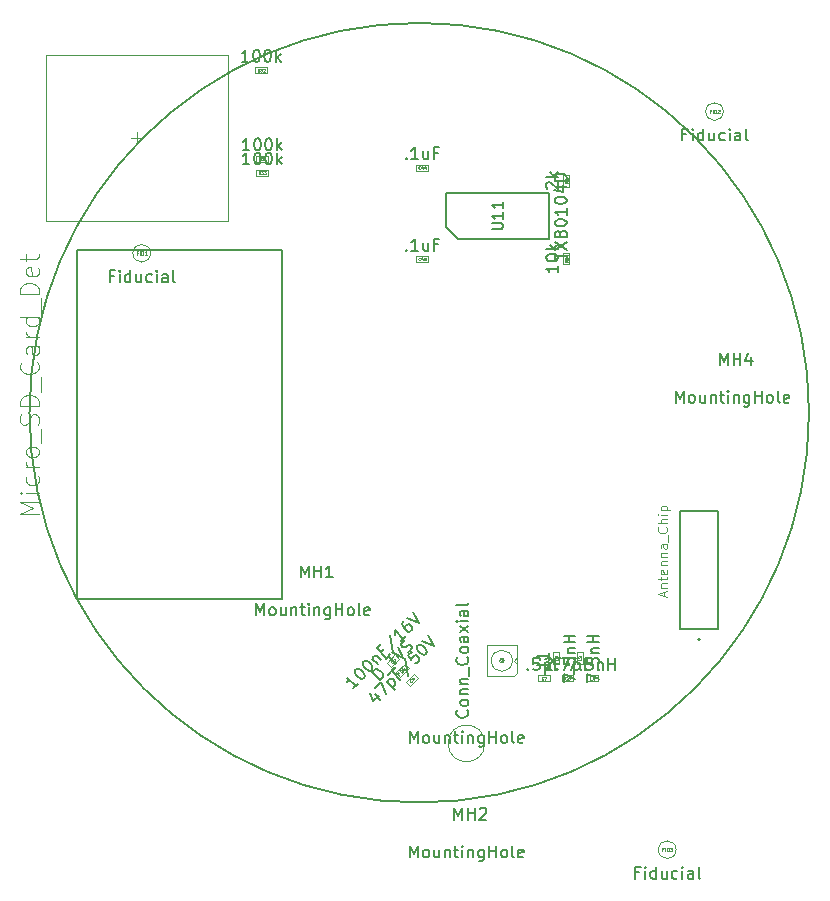
<source format=gbr>
G04 #@! TF.GenerationSoftware,KiCad,Pcbnew,5.1.6+dfsg1-1~bpo10+1*
G04 #@! TF.CreationDate,2021-06-19T16:41:40-04:00*
G04 #@! TF.ProjectId,RUSP_Daughterboard,52555350-5f44-4617-9567-68746572626f,rev?*
G04 #@! TF.SameCoordinates,Original*
G04 #@! TF.FileFunction,Other,Fab,Top*
%FSLAX46Y46*%
G04 Gerber Fmt 4.6, Leading zero omitted, Abs format (unit mm)*
G04 Created by KiCad (PCBNEW 5.1.6+dfsg1-1~bpo10+1) date 2021-06-19 16:41:40*
%MOMM*%
%LPD*%
G01*
G04 APERTURE LIST*
%ADD10C,0.200000*%
%ADD11C,0.120000*%
%ADD12C,0.127000*%
%ADD13C,0.100000*%
%ADD14C,0.150000*%
%ADD15C,0.015000*%
%ADD16C,0.040000*%
%ADD17C,0.050000*%
%ADD18C,0.135000*%
G04 APERTURE END LIST*
D10*
X183000000Y-100000000D02*
G75*
G03*
X183000000Y-100000000I-33000000J0D01*
G01*
D11*
X155552417Y-128000000D02*
G75*
G03*
X155552417Y-128000000I-1552417J0D01*
G01*
D12*
X172100000Y-118300000D02*
X175300000Y-118300000D01*
X175300000Y-118300000D02*
X175300000Y-108300000D01*
X175300000Y-108300000D02*
X172100000Y-108300000D01*
X172100000Y-108300000D02*
X172100000Y-118300000D01*
D10*
X173800000Y-119200000D02*
G75*
G03*
X173800000Y-119200000I-100000J0D01*
G01*
D13*
X162200000Y-87450000D02*
X162200000Y-86450000D01*
X162700000Y-87450000D02*
X162200000Y-87450000D01*
X162700000Y-86450000D02*
X162700000Y-87450000D01*
X162200000Y-86450000D02*
X162700000Y-86450000D01*
X162200000Y-80850000D02*
X162200000Y-79850000D01*
X162700000Y-80850000D02*
X162200000Y-80850000D01*
X162700000Y-79850000D02*
X162700000Y-80850000D01*
X162200000Y-79850000D02*
X162700000Y-79850000D01*
X163850000Y-121300000D02*
X163350000Y-121300000D01*
X163350000Y-121300000D02*
X163350000Y-120300000D01*
X163350000Y-120300000D02*
X163850000Y-120300000D01*
X163850000Y-120300000D02*
X163850000Y-121300000D01*
X158000000Y-121000000D02*
X158300000Y-120700000D01*
X158300000Y-121300000D02*
X158000000Y-121000000D01*
X157050000Y-121000000D02*
G75*
G03*
X157050000Y-121000000I-50000J0D01*
G01*
X157125000Y-121000000D02*
G75*
G03*
X157125000Y-121000000I-125000J0D01*
G01*
X157900000Y-121000000D02*
G75*
G03*
X157900000Y-121000000I-900000J0D01*
G01*
X155700000Y-122300000D02*
X155700000Y-119700000D01*
X155700000Y-122300000D02*
X158000000Y-122300000D01*
X158000000Y-122300000D02*
X158300000Y-122000000D01*
X155700000Y-119700000D02*
X158300000Y-119700000D01*
X158300000Y-122000000D02*
X158300000Y-119700000D01*
X157200000Y-121000000D02*
G75*
G03*
X157200000Y-121000000I-200000J0D01*
G01*
X161050000Y-122250000D02*
X161050000Y-122750000D01*
X161050000Y-122750000D02*
X160050000Y-122750000D01*
X160050000Y-122750000D02*
X160050000Y-122250000D01*
X160050000Y-122250000D02*
X161050000Y-122250000D01*
X163050000Y-122250000D02*
X163050000Y-122750000D01*
X163050000Y-122750000D02*
X162050000Y-122750000D01*
X162050000Y-122750000D02*
X162050000Y-122250000D01*
X162050000Y-122250000D02*
X163050000Y-122250000D01*
X149556777Y-122099670D02*
X149910330Y-122453223D01*
X149910330Y-122453223D02*
X149203223Y-123160330D01*
X149203223Y-123160330D02*
X148849670Y-122806777D01*
X148849670Y-122806777D02*
X149556777Y-122099670D01*
X147249670Y-121176777D02*
X147956777Y-120469670D01*
X147603223Y-121530330D02*
X147249670Y-121176777D01*
X148310330Y-120823223D02*
X147603223Y-121530330D01*
X147956777Y-120469670D02*
X148310330Y-120823223D01*
X150750000Y-79000000D02*
X150750000Y-79500000D01*
X150750000Y-79500000D02*
X149750000Y-79500000D01*
X149750000Y-79500000D02*
X149750000Y-79000000D01*
X149750000Y-79000000D02*
X150750000Y-79000000D01*
X149750000Y-86750000D02*
X150750000Y-86750000D01*
X149750000Y-87250000D02*
X149750000Y-86750000D01*
X150750000Y-87250000D02*
X149750000Y-87250000D01*
X150750000Y-86750000D02*
X150750000Y-87250000D01*
X148059670Y-121986777D02*
X148766777Y-121279670D01*
X148413223Y-122340330D02*
X148059670Y-121986777D01*
X149120330Y-121633223D02*
X148413223Y-122340330D01*
X148766777Y-121279670D02*
X149120330Y-121633223D01*
X127250000Y-86500000D02*
G75*
G03*
X127250000Y-86500000I-750000J0D01*
G01*
X175750000Y-74500000D02*
G75*
G03*
X175750000Y-74500000I-750000J0D01*
G01*
X171750000Y-137000000D02*
G75*
G03*
X171750000Y-137000000I-750000J0D01*
G01*
D14*
X138350000Y-86250000D02*
X138350000Y-115750000D01*
X121050000Y-86250000D02*
X138350000Y-86250000D01*
X121050000Y-115750000D02*
X121050000Y-86250000D01*
X138350000Y-115750000D02*
X121050000Y-115750000D01*
D13*
X126100000Y-76250000D02*
X126100000Y-77250000D01*
X125600000Y-76750000D02*
X126600000Y-76750000D01*
X133825000Y-69750000D02*
X133825000Y-83750000D01*
X118375000Y-83750000D02*
X133825000Y-83750000D01*
X118375000Y-69750000D02*
X133825000Y-69750000D01*
X118375000Y-69750000D02*
X118375000Y-83750000D01*
X136200000Y-78250000D02*
X137200000Y-78250000D01*
X136200000Y-78750000D02*
X136200000Y-78250000D01*
X137200000Y-78750000D02*
X136200000Y-78750000D01*
X137200000Y-78250000D02*
X137200000Y-78750000D01*
X137115000Y-70750000D02*
X137115000Y-71250000D01*
X137115000Y-71250000D02*
X136115000Y-71250000D01*
X136115000Y-71250000D02*
X136115000Y-70750000D01*
X136115000Y-70750000D02*
X137115000Y-70750000D01*
X136200000Y-79450000D02*
X137200000Y-79450000D01*
X136200000Y-79950000D02*
X136200000Y-79450000D01*
X137200000Y-79950000D02*
X136200000Y-79950000D01*
X137200000Y-79450000D02*
X137200000Y-79950000D01*
D14*
X153300000Y-85300000D02*
X152300000Y-84300000D01*
X161000000Y-85300000D02*
X153300000Y-85300000D01*
X161000000Y-81400000D02*
X161000000Y-85300000D01*
X152300000Y-81400000D02*
X161000000Y-81400000D01*
X152300000Y-84300000D02*
X152300000Y-81400000D01*
D13*
X161850000Y-120300000D02*
X161850000Y-121300000D01*
X161350000Y-120300000D02*
X161850000Y-120300000D01*
X161350000Y-121300000D02*
X161350000Y-120300000D01*
X161850000Y-121300000D02*
X161350000Y-121300000D01*
X165150000Y-122250000D02*
X165150000Y-122750000D01*
X165150000Y-122750000D02*
X164150000Y-122750000D01*
X164150000Y-122750000D02*
X164150000Y-122250000D01*
X164150000Y-122250000D02*
X165150000Y-122250000D01*
D14*
X149214285Y-127952380D02*
X149214285Y-126952380D01*
X149547619Y-127666666D01*
X149880952Y-126952380D01*
X149880952Y-127952380D01*
X150500000Y-127952380D02*
X150404761Y-127904761D01*
X150357142Y-127857142D01*
X150309523Y-127761904D01*
X150309523Y-127476190D01*
X150357142Y-127380952D01*
X150404761Y-127333333D01*
X150500000Y-127285714D01*
X150642857Y-127285714D01*
X150738095Y-127333333D01*
X150785714Y-127380952D01*
X150833333Y-127476190D01*
X150833333Y-127761904D01*
X150785714Y-127857142D01*
X150738095Y-127904761D01*
X150642857Y-127952380D01*
X150500000Y-127952380D01*
X151690476Y-127285714D02*
X151690476Y-127952380D01*
X151261904Y-127285714D02*
X151261904Y-127809523D01*
X151309523Y-127904761D01*
X151404761Y-127952380D01*
X151547619Y-127952380D01*
X151642857Y-127904761D01*
X151690476Y-127857142D01*
X152166666Y-127285714D02*
X152166666Y-127952380D01*
X152166666Y-127380952D02*
X152214285Y-127333333D01*
X152309523Y-127285714D01*
X152452380Y-127285714D01*
X152547619Y-127333333D01*
X152595238Y-127428571D01*
X152595238Y-127952380D01*
X152928571Y-127285714D02*
X153309523Y-127285714D01*
X153071428Y-126952380D02*
X153071428Y-127809523D01*
X153119047Y-127904761D01*
X153214285Y-127952380D01*
X153309523Y-127952380D01*
X153642857Y-127952380D02*
X153642857Y-127285714D01*
X153642857Y-126952380D02*
X153595238Y-127000000D01*
X153642857Y-127047619D01*
X153690476Y-127000000D01*
X153642857Y-126952380D01*
X153642857Y-127047619D01*
X154119047Y-127285714D02*
X154119047Y-127952380D01*
X154119047Y-127380952D02*
X154166666Y-127333333D01*
X154261904Y-127285714D01*
X154404761Y-127285714D01*
X154500000Y-127333333D01*
X154547619Y-127428571D01*
X154547619Y-127952380D01*
X155452380Y-127285714D02*
X155452380Y-128095238D01*
X155404761Y-128190476D01*
X155357142Y-128238095D01*
X155261904Y-128285714D01*
X155119047Y-128285714D01*
X155023809Y-128238095D01*
X155452380Y-127904761D02*
X155357142Y-127952380D01*
X155166666Y-127952380D01*
X155071428Y-127904761D01*
X155023809Y-127857142D01*
X154976190Y-127761904D01*
X154976190Y-127476190D01*
X155023809Y-127380952D01*
X155071428Y-127333333D01*
X155166666Y-127285714D01*
X155357142Y-127285714D01*
X155452380Y-127333333D01*
X155928571Y-127952380D02*
X155928571Y-126952380D01*
X155928571Y-127428571D02*
X156500000Y-127428571D01*
X156500000Y-127952380D02*
X156500000Y-126952380D01*
X157119047Y-127952380D02*
X157023809Y-127904761D01*
X156976190Y-127857142D01*
X156928571Y-127761904D01*
X156928571Y-127476190D01*
X156976190Y-127380952D01*
X157023809Y-127333333D01*
X157119047Y-127285714D01*
X157261904Y-127285714D01*
X157357142Y-127333333D01*
X157404761Y-127380952D01*
X157452380Y-127476190D01*
X157452380Y-127761904D01*
X157404761Y-127857142D01*
X157357142Y-127904761D01*
X157261904Y-127952380D01*
X157119047Y-127952380D01*
X158023809Y-127952380D02*
X157928571Y-127904761D01*
X157880952Y-127809523D01*
X157880952Y-126952380D01*
X158785714Y-127904761D02*
X158690476Y-127952380D01*
X158500000Y-127952380D01*
X158404761Y-127904761D01*
X158357142Y-127809523D01*
X158357142Y-127428571D01*
X158404761Y-127333333D01*
X158500000Y-127285714D01*
X158690476Y-127285714D01*
X158785714Y-127333333D01*
X158833333Y-127428571D01*
X158833333Y-127523809D01*
X158357142Y-127619047D01*
D15*
X170753333Y-115524571D02*
X170753333Y-115143619D01*
X170981904Y-115600761D02*
X170181904Y-115334095D01*
X170981904Y-115067428D01*
X170448571Y-114800761D02*
X170981904Y-114800761D01*
X170524761Y-114800761D02*
X170486666Y-114762666D01*
X170448571Y-114686476D01*
X170448571Y-114572190D01*
X170486666Y-114496000D01*
X170562857Y-114457904D01*
X170981904Y-114457904D01*
X170448571Y-114191238D02*
X170448571Y-113886476D01*
X170181904Y-114076952D02*
X170867619Y-114076952D01*
X170943809Y-114038857D01*
X170981904Y-113962666D01*
X170981904Y-113886476D01*
X170943809Y-113315047D02*
X170981904Y-113391238D01*
X170981904Y-113543619D01*
X170943809Y-113619809D01*
X170867619Y-113657904D01*
X170562857Y-113657904D01*
X170486666Y-113619809D01*
X170448571Y-113543619D01*
X170448571Y-113391238D01*
X170486666Y-113315047D01*
X170562857Y-113276952D01*
X170639047Y-113276952D01*
X170715238Y-113657904D01*
X170448571Y-112934095D02*
X170981904Y-112934095D01*
X170524761Y-112934095D02*
X170486666Y-112896000D01*
X170448571Y-112819809D01*
X170448571Y-112705523D01*
X170486666Y-112629333D01*
X170562857Y-112591238D01*
X170981904Y-112591238D01*
X170448571Y-112210285D02*
X170981904Y-112210285D01*
X170524761Y-112210285D02*
X170486666Y-112172190D01*
X170448571Y-112096000D01*
X170448571Y-111981714D01*
X170486666Y-111905523D01*
X170562857Y-111867428D01*
X170981904Y-111867428D01*
X170981904Y-111143619D02*
X170562857Y-111143619D01*
X170486666Y-111181714D01*
X170448571Y-111257904D01*
X170448571Y-111410285D01*
X170486666Y-111486476D01*
X170943809Y-111143619D02*
X170981904Y-111219809D01*
X170981904Y-111410285D01*
X170943809Y-111486476D01*
X170867619Y-111524571D01*
X170791428Y-111524571D01*
X170715238Y-111486476D01*
X170677142Y-111410285D01*
X170677142Y-111219809D01*
X170639047Y-111143619D01*
X171058095Y-110953142D02*
X171058095Y-110343619D01*
X170905714Y-109696000D02*
X170943809Y-109734095D01*
X170981904Y-109848380D01*
X170981904Y-109924571D01*
X170943809Y-110038857D01*
X170867619Y-110115047D01*
X170791428Y-110153142D01*
X170639047Y-110191238D01*
X170524761Y-110191238D01*
X170372380Y-110153142D01*
X170296190Y-110115047D01*
X170220000Y-110038857D01*
X170181904Y-109924571D01*
X170181904Y-109848380D01*
X170220000Y-109734095D01*
X170258095Y-109696000D01*
X170981904Y-109353142D02*
X170181904Y-109353142D01*
X170981904Y-109010285D02*
X170562857Y-109010285D01*
X170486666Y-109048380D01*
X170448571Y-109124571D01*
X170448571Y-109238857D01*
X170486666Y-109315047D01*
X170524761Y-109353142D01*
X170981904Y-108629333D02*
X170448571Y-108629333D01*
X170181904Y-108629333D02*
X170220000Y-108667428D01*
X170258095Y-108629333D01*
X170220000Y-108591238D01*
X170181904Y-108629333D01*
X170258095Y-108629333D01*
X170448571Y-108248380D02*
X171248571Y-108248380D01*
X170486666Y-108248380D02*
X170448571Y-108172190D01*
X170448571Y-108019809D01*
X170486666Y-107943619D01*
X170524761Y-107905523D01*
X170600952Y-107867428D01*
X170829523Y-107867428D01*
X170905714Y-107905523D01*
X170943809Y-107943619D01*
X170981904Y-108019809D01*
X170981904Y-108172190D01*
X170943809Y-108248380D01*
D14*
X149214285Y-137652380D02*
X149214285Y-136652380D01*
X149547619Y-137366666D01*
X149880952Y-136652380D01*
X149880952Y-137652380D01*
X150500000Y-137652380D02*
X150404761Y-137604761D01*
X150357142Y-137557142D01*
X150309523Y-137461904D01*
X150309523Y-137176190D01*
X150357142Y-137080952D01*
X150404761Y-137033333D01*
X150500000Y-136985714D01*
X150642857Y-136985714D01*
X150738095Y-137033333D01*
X150785714Y-137080952D01*
X150833333Y-137176190D01*
X150833333Y-137461904D01*
X150785714Y-137557142D01*
X150738095Y-137604761D01*
X150642857Y-137652380D01*
X150500000Y-137652380D01*
X151690476Y-136985714D02*
X151690476Y-137652380D01*
X151261904Y-136985714D02*
X151261904Y-137509523D01*
X151309523Y-137604761D01*
X151404761Y-137652380D01*
X151547619Y-137652380D01*
X151642857Y-137604761D01*
X151690476Y-137557142D01*
X152166666Y-136985714D02*
X152166666Y-137652380D01*
X152166666Y-137080952D02*
X152214285Y-137033333D01*
X152309523Y-136985714D01*
X152452380Y-136985714D01*
X152547619Y-137033333D01*
X152595238Y-137128571D01*
X152595238Y-137652380D01*
X152928571Y-136985714D02*
X153309523Y-136985714D01*
X153071428Y-136652380D02*
X153071428Y-137509523D01*
X153119047Y-137604761D01*
X153214285Y-137652380D01*
X153309523Y-137652380D01*
X153642857Y-137652380D02*
X153642857Y-136985714D01*
X153642857Y-136652380D02*
X153595238Y-136700000D01*
X153642857Y-136747619D01*
X153690476Y-136700000D01*
X153642857Y-136652380D01*
X153642857Y-136747619D01*
X154119047Y-136985714D02*
X154119047Y-137652380D01*
X154119047Y-137080952D02*
X154166666Y-137033333D01*
X154261904Y-136985714D01*
X154404761Y-136985714D01*
X154500000Y-137033333D01*
X154547619Y-137128571D01*
X154547619Y-137652380D01*
X155452380Y-136985714D02*
X155452380Y-137795238D01*
X155404761Y-137890476D01*
X155357142Y-137938095D01*
X155261904Y-137985714D01*
X155119047Y-137985714D01*
X155023809Y-137938095D01*
X155452380Y-137604761D02*
X155357142Y-137652380D01*
X155166666Y-137652380D01*
X155071428Y-137604761D01*
X155023809Y-137557142D01*
X154976190Y-137461904D01*
X154976190Y-137176190D01*
X155023809Y-137080952D01*
X155071428Y-137033333D01*
X155166666Y-136985714D01*
X155357142Y-136985714D01*
X155452380Y-137033333D01*
X155928571Y-137652380D02*
X155928571Y-136652380D01*
X155928571Y-137128571D02*
X156500000Y-137128571D01*
X156500000Y-137652380D02*
X156500000Y-136652380D01*
X157119047Y-137652380D02*
X157023809Y-137604761D01*
X156976190Y-137557142D01*
X156928571Y-137461904D01*
X156928571Y-137176190D01*
X156976190Y-137080952D01*
X157023809Y-137033333D01*
X157119047Y-136985714D01*
X157261904Y-136985714D01*
X157357142Y-137033333D01*
X157404761Y-137080952D01*
X157452380Y-137176190D01*
X157452380Y-137461904D01*
X157404761Y-137557142D01*
X157357142Y-137604761D01*
X157261904Y-137652380D01*
X157119047Y-137652380D01*
X158023809Y-137652380D02*
X157928571Y-137604761D01*
X157880952Y-137509523D01*
X157880952Y-136652380D01*
X158785714Y-137604761D02*
X158690476Y-137652380D01*
X158500000Y-137652380D01*
X158404761Y-137604761D01*
X158357142Y-137509523D01*
X158357142Y-137128571D01*
X158404761Y-137033333D01*
X158500000Y-136985714D01*
X158690476Y-136985714D01*
X158785714Y-137033333D01*
X158833333Y-137128571D01*
X158833333Y-137223809D01*
X158357142Y-137319047D01*
X152966666Y-134452380D02*
X152966666Y-133452380D01*
X153300000Y-134166666D01*
X153633333Y-133452380D01*
X153633333Y-134452380D01*
X154109523Y-134452380D02*
X154109523Y-133452380D01*
X154109523Y-133928571D02*
X154680952Y-133928571D01*
X154680952Y-134452380D02*
X154680952Y-133452380D01*
X155109523Y-133547619D02*
X155157142Y-133500000D01*
X155252380Y-133452380D01*
X155490476Y-133452380D01*
X155585714Y-133500000D01*
X155633333Y-133547619D01*
X155680952Y-133642857D01*
X155680952Y-133738095D01*
X155633333Y-133880952D01*
X155061904Y-134452380D01*
X155680952Y-134452380D01*
X161732380Y-87545238D02*
X161732380Y-88116666D01*
X161732380Y-87830952D02*
X160732380Y-87830952D01*
X160875238Y-87926190D01*
X160970476Y-88021428D01*
X161018095Y-88116666D01*
X160732380Y-86926190D02*
X160732380Y-86830952D01*
X160780000Y-86735714D01*
X160827619Y-86688095D01*
X160922857Y-86640476D01*
X161113333Y-86592857D01*
X161351428Y-86592857D01*
X161541904Y-86640476D01*
X161637142Y-86688095D01*
X161684761Y-86735714D01*
X161732380Y-86830952D01*
X161732380Y-86926190D01*
X161684761Y-87021428D01*
X161637142Y-87069047D01*
X161541904Y-87116666D01*
X161351428Y-87164285D01*
X161113333Y-87164285D01*
X160922857Y-87116666D01*
X160827619Y-87069047D01*
X160780000Y-87021428D01*
X160732380Y-86926190D01*
X161732380Y-86164285D02*
X160732380Y-86164285D01*
X161351428Y-86069047D02*
X161732380Y-85783333D01*
X161065714Y-85783333D02*
X161446666Y-86164285D01*
D16*
X162563095Y-87110714D02*
X162444047Y-87194047D01*
X162563095Y-87253571D02*
X162313095Y-87253571D01*
X162313095Y-87158333D01*
X162325000Y-87134523D01*
X162336904Y-87122619D01*
X162360714Y-87110714D01*
X162396428Y-87110714D01*
X162420238Y-87122619D01*
X162432142Y-87134523D01*
X162444047Y-87158333D01*
X162444047Y-87253571D01*
X162313095Y-87027380D02*
X162313095Y-86872619D01*
X162408333Y-86955952D01*
X162408333Y-86920238D01*
X162420238Y-86896428D01*
X162432142Y-86884523D01*
X162455952Y-86872619D01*
X162515476Y-86872619D01*
X162539285Y-86884523D01*
X162551190Y-86896428D01*
X162563095Y-86920238D01*
X162563095Y-86991666D01*
X162551190Y-87015476D01*
X162539285Y-87027380D01*
X162396428Y-86658333D02*
X162563095Y-86658333D01*
X162301190Y-86717857D02*
X162479761Y-86777380D01*
X162479761Y-86622619D01*
D14*
X160827619Y-81040476D02*
X160780000Y-80992857D01*
X160732380Y-80897619D01*
X160732380Y-80659523D01*
X160780000Y-80564285D01*
X160827619Y-80516666D01*
X160922857Y-80469047D01*
X161018095Y-80469047D01*
X161160952Y-80516666D01*
X161732380Y-81088095D01*
X161732380Y-80469047D01*
X161732380Y-80040476D02*
X160732380Y-80040476D01*
X161351428Y-79945238D02*
X161732380Y-79659523D01*
X161065714Y-79659523D02*
X161446666Y-80040476D01*
D16*
X162563095Y-80391666D02*
X162444047Y-80475000D01*
X162563095Y-80534523D02*
X162313095Y-80534523D01*
X162313095Y-80439285D01*
X162325000Y-80415476D01*
X162336904Y-80403571D01*
X162360714Y-80391666D01*
X162396428Y-80391666D01*
X162420238Y-80403571D01*
X162432142Y-80415476D01*
X162444047Y-80439285D01*
X162444047Y-80534523D01*
X162563095Y-80153571D02*
X162563095Y-80296428D01*
X162563095Y-80225000D02*
X162313095Y-80225000D01*
X162348809Y-80248809D01*
X162372619Y-80272619D01*
X162384523Y-80296428D01*
D14*
X164222380Y-122823809D02*
X164222380Y-122157142D01*
X165222380Y-122585714D01*
X165127142Y-121776190D02*
X165174761Y-121728571D01*
X165222380Y-121776190D01*
X165174761Y-121823809D01*
X165127142Y-121776190D01*
X165222380Y-121776190D01*
X164222380Y-120823809D02*
X164222380Y-121300000D01*
X164698571Y-121347619D01*
X164650952Y-121300000D01*
X164603333Y-121204761D01*
X164603333Y-120966666D01*
X164650952Y-120871428D01*
X164698571Y-120823809D01*
X164793809Y-120776190D01*
X165031904Y-120776190D01*
X165127142Y-120823809D01*
X165174761Y-120871428D01*
X165222380Y-120966666D01*
X165222380Y-121204761D01*
X165174761Y-121300000D01*
X165127142Y-121347619D01*
X164555714Y-120347619D02*
X165222380Y-120347619D01*
X164650952Y-120347619D02*
X164603333Y-120300000D01*
X164555714Y-120204761D01*
X164555714Y-120061904D01*
X164603333Y-119966666D01*
X164698571Y-119919047D01*
X165222380Y-119919047D01*
X165222380Y-119442857D02*
X164222380Y-119442857D01*
X164698571Y-119442857D02*
X164698571Y-118871428D01*
X165222380Y-118871428D02*
X164222380Y-118871428D01*
D16*
X163713095Y-120841666D02*
X163713095Y-120960714D01*
X163463095Y-120960714D01*
X163486904Y-120770238D02*
X163475000Y-120758333D01*
X163463095Y-120734523D01*
X163463095Y-120675000D01*
X163475000Y-120651190D01*
X163486904Y-120639285D01*
X163510714Y-120627380D01*
X163534523Y-120627380D01*
X163570238Y-120639285D01*
X163713095Y-120782142D01*
X163713095Y-120627380D01*
D14*
X154055142Y-125190476D02*
X154102761Y-125238095D01*
X154150380Y-125380952D01*
X154150380Y-125476190D01*
X154102761Y-125619047D01*
X154007523Y-125714285D01*
X153912285Y-125761904D01*
X153721809Y-125809523D01*
X153578952Y-125809523D01*
X153388476Y-125761904D01*
X153293238Y-125714285D01*
X153198000Y-125619047D01*
X153150380Y-125476190D01*
X153150380Y-125380952D01*
X153198000Y-125238095D01*
X153245619Y-125190476D01*
X154150380Y-124619047D02*
X154102761Y-124714285D01*
X154055142Y-124761904D01*
X153959904Y-124809523D01*
X153674190Y-124809523D01*
X153578952Y-124761904D01*
X153531333Y-124714285D01*
X153483714Y-124619047D01*
X153483714Y-124476190D01*
X153531333Y-124380952D01*
X153578952Y-124333333D01*
X153674190Y-124285714D01*
X153959904Y-124285714D01*
X154055142Y-124333333D01*
X154102761Y-124380952D01*
X154150380Y-124476190D01*
X154150380Y-124619047D01*
X153483714Y-123857142D02*
X154150380Y-123857142D01*
X153578952Y-123857142D02*
X153531333Y-123809523D01*
X153483714Y-123714285D01*
X153483714Y-123571428D01*
X153531333Y-123476190D01*
X153626571Y-123428571D01*
X154150380Y-123428571D01*
X153483714Y-122952380D02*
X154150380Y-122952380D01*
X153578952Y-122952380D02*
X153531333Y-122904761D01*
X153483714Y-122809523D01*
X153483714Y-122666666D01*
X153531333Y-122571428D01*
X153626571Y-122523809D01*
X154150380Y-122523809D01*
X154245619Y-122285714D02*
X154245619Y-121523809D01*
X154055142Y-120714285D02*
X154102761Y-120761904D01*
X154150380Y-120904761D01*
X154150380Y-121000000D01*
X154102761Y-121142857D01*
X154007523Y-121238095D01*
X153912285Y-121285714D01*
X153721809Y-121333333D01*
X153578952Y-121333333D01*
X153388476Y-121285714D01*
X153293238Y-121238095D01*
X153198000Y-121142857D01*
X153150380Y-121000000D01*
X153150380Y-120904761D01*
X153198000Y-120761904D01*
X153245619Y-120714285D01*
X154150380Y-120142857D02*
X154102761Y-120238095D01*
X154055142Y-120285714D01*
X153959904Y-120333333D01*
X153674190Y-120333333D01*
X153578952Y-120285714D01*
X153531333Y-120238095D01*
X153483714Y-120142857D01*
X153483714Y-120000000D01*
X153531333Y-119904761D01*
X153578952Y-119857142D01*
X153674190Y-119809523D01*
X153959904Y-119809523D01*
X154055142Y-119857142D01*
X154102761Y-119904761D01*
X154150380Y-120000000D01*
X154150380Y-120142857D01*
X154150380Y-118952380D02*
X153626571Y-118952380D01*
X153531333Y-119000000D01*
X153483714Y-119095238D01*
X153483714Y-119285714D01*
X153531333Y-119380952D01*
X154102761Y-118952380D02*
X154150380Y-119047619D01*
X154150380Y-119285714D01*
X154102761Y-119380952D01*
X154007523Y-119428571D01*
X153912285Y-119428571D01*
X153817047Y-119380952D01*
X153769428Y-119285714D01*
X153769428Y-119047619D01*
X153721809Y-118952380D01*
X154150380Y-118571428D02*
X153483714Y-118047619D01*
X153483714Y-118571428D02*
X154150380Y-118047619D01*
X154150380Y-117666666D02*
X153483714Y-117666666D01*
X153150380Y-117666666D02*
X153198000Y-117714285D01*
X153245619Y-117666666D01*
X153198000Y-117619047D01*
X153150380Y-117666666D01*
X153245619Y-117666666D01*
X154150380Y-116761904D02*
X153626571Y-116761904D01*
X153531333Y-116809523D01*
X153483714Y-116904761D01*
X153483714Y-117095238D01*
X153531333Y-117190476D01*
X154102761Y-116761904D02*
X154150380Y-116857142D01*
X154150380Y-117095238D01*
X154102761Y-117190476D01*
X154007523Y-117238095D01*
X153912285Y-117238095D01*
X153817047Y-117190476D01*
X153769428Y-117095238D01*
X153769428Y-116857142D01*
X153721809Y-116761904D01*
X154150380Y-116142857D02*
X154102761Y-116238095D01*
X154007523Y-116285714D01*
X153150380Y-116285714D01*
X159952380Y-121333333D02*
X160666666Y-121333333D01*
X160809523Y-121380952D01*
X160904761Y-121476190D01*
X160952380Y-121619047D01*
X160952380Y-121714285D01*
X160952380Y-120333333D02*
X160952380Y-120904761D01*
X160952380Y-120619047D02*
X159952380Y-120619047D01*
X160095238Y-120714285D01*
X160190476Y-120809523D01*
X160238095Y-120904761D01*
X159192857Y-121687142D02*
X159240476Y-121734761D01*
X159192857Y-121782380D01*
X159145238Y-121734761D01*
X159192857Y-121687142D01*
X159192857Y-121782380D01*
X160145238Y-120782380D02*
X159669047Y-120782380D01*
X159621428Y-121258571D01*
X159669047Y-121210952D01*
X159764285Y-121163333D01*
X160002380Y-121163333D01*
X160097619Y-121210952D01*
X160145238Y-121258571D01*
X160192857Y-121353809D01*
X160192857Y-121591904D01*
X160145238Y-121687142D01*
X160097619Y-121734761D01*
X160002380Y-121782380D01*
X159764285Y-121782380D01*
X159669047Y-121734761D01*
X159621428Y-121687142D01*
X160621428Y-121115714D02*
X160621428Y-122115714D01*
X160621428Y-121163333D02*
X160716666Y-121115714D01*
X160907142Y-121115714D01*
X161002380Y-121163333D01*
X161050000Y-121210952D01*
X161097619Y-121306190D01*
X161097619Y-121591904D01*
X161050000Y-121687142D01*
X161002380Y-121734761D01*
X160907142Y-121782380D01*
X160716666Y-121782380D01*
X160621428Y-121734761D01*
X161859523Y-121258571D02*
X161526190Y-121258571D01*
X161526190Y-121782380D02*
X161526190Y-120782380D01*
X162002380Y-120782380D01*
D16*
X160508333Y-122589285D02*
X160496428Y-122601190D01*
X160460714Y-122613095D01*
X160436904Y-122613095D01*
X160401190Y-122601190D01*
X160377380Y-122577380D01*
X160365476Y-122553571D01*
X160353571Y-122505952D01*
X160353571Y-122470238D01*
X160365476Y-122422619D01*
X160377380Y-122398809D01*
X160401190Y-122375000D01*
X160436904Y-122363095D01*
X160460714Y-122363095D01*
X160496428Y-122375000D01*
X160508333Y-122386904D01*
X160591666Y-122363095D02*
X160758333Y-122363095D01*
X160651190Y-122613095D01*
D14*
X160669047Y-120877619D02*
X160716666Y-120830000D01*
X160811904Y-120782380D01*
X161050000Y-120782380D01*
X161145238Y-120830000D01*
X161192857Y-120877619D01*
X161240476Y-120972857D01*
X161240476Y-121068095D01*
X161192857Y-121210952D01*
X160621428Y-121782380D01*
X161240476Y-121782380D01*
X161669047Y-121687142D02*
X161716666Y-121734761D01*
X161669047Y-121782380D01*
X161621428Y-121734761D01*
X161669047Y-121687142D01*
X161669047Y-121782380D01*
X162050000Y-120782380D02*
X162716666Y-120782380D01*
X162288095Y-121782380D01*
X163097619Y-121115714D02*
X163097619Y-122115714D01*
X163097619Y-121163333D02*
X163192857Y-121115714D01*
X163383333Y-121115714D01*
X163478571Y-121163333D01*
X163526190Y-121210952D01*
X163573809Y-121306190D01*
X163573809Y-121591904D01*
X163526190Y-121687142D01*
X163478571Y-121734761D01*
X163383333Y-121782380D01*
X163192857Y-121782380D01*
X163097619Y-121734761D01*
X164335714Y-121258571D02*
X164002380Y-121258571D01*
X164002380Y-121782380D02*
X164002380Y-120782380D01*
X164478571Y-120782380D01*
D16*
X162508333Y-122589285D02*
X162496428Y-122601190D01*
X162460714Y-122613095D01*
X162436904Y-122613095D01*
X162401190Y-122601190D01*
X162377380Y-122577380D01*
X162365476Y-122553571D01*
X162353571Y-122505952D01*
X162353571Y-122470238D01*
X162365476Y-122422619D01*
X162377380Y-122398809D01*
X162401190Y-122375000D01*
X162436904Y-122363095D01*
X162460714Y-122363095D01*
X162496428Y-122375000D01*
X162508333Y-122386904D01*
X162722619Y-122363095D02*
X162675000Y-122363095D01*
X162651190Y-122375000D01*
X162639285Y-122386904D01*
X162615476Y-122422619D01*
X162603571Y-122470238D01*
X162603571Y-122565476D01*
X162615476Y-122589285D01*
X162627380Y-122601190D01*
X162651190Y-122613095D01*
X162698809Y-122613095D01*
X162722619Y-122601190D01*
X162734523Y-122589285D01*
X162746428Y-122565476D01*
X162746428Y-122505952D01*
X162734523Y-122482142D01*
X162722619Y-122470238D01*
X162698809Y-122458333D01*
X162651190Y-122458333D01*
X162627380Y-122470238D01*
X162615476Y-122482142D01*
X162603571Y-122505952D01*
D14*
X146229334Y-123822990D02*
X146700738Y-124294394D01*
X145791601Y-123721974D02*
X146128318Y-124395409D01*
X146566051Y-123957677D01*
X146296677Y-123284242D02*
X146768082Y-122812837D01*
X147172143Y-123822990D01*
X147273158Y-122779165D02*
X147980265Y-123486272D01*
X147306830Y-122812837D02*
X147340501Y-122711822D01*
X147475188Y-122577135D01*
X147576204Y-122543463D01*
X147643547Y-122543463D01*
X147744562Y-122577135D01*
X147946593Y-122779165D01*
X147980265Y-122880181D01*
X147980265Y-122947524D01*
X147946593Y-123048539D01*
X147811906Y-123183226D01*
X147710891Y-123216898D01*
X148249639Y-122004715D02*
X148013936Y-122240417D01*
X148384326Y-122610807D02*
X147677219Y-121903700D01*
X148013936Y-121566982D01*
X148754715Y-120758860D02*
X149057761Y-122274089D01*
X149360807Y-120220112D02*
X149024089Y-120556830D01*
X149327135Y-120927219D01*
X149327135Y-120859875D01*
X149360807Y-120758860D01*
X149529165Y-120590501D01*
X149630181Y-120556830D01*
X149697524Y-120556830D01*
X149798539Y-120590501D01*
X149966898Y-120758860D01*
X150000570Y-120859875D01*
X150000570Y-120927219D01*
X149966898Y-121028234D01*
X149798539Y-121196593D01*
X149697524Y-121230265D01*
X149630181Y-121230265D01*
X149832211Y-119748708D02*
X149899555Y-119681364D01*
X150000570Y-119647692D01*
X150067913Y-119647692D01*
X150168929Y-119681364D01*
X150337287Y-119782379D01*
X150505646Y-119950738D01*
X150606661Y-120119097D01*
X150640333Y-120220112D01*
X150640333Y-120287456D01*
X150606661Y-120388471D01*
X150539318Y-120455814D01*
X150438303Y-120489486D01*
X150370959Y-120489486D01*
X150269944Y-120455814D01*
X150101585Y-120354799D01*
X149933226Y-120186440D01*
X149832211Y-120018082D01*
X149798539Y-119917066D01*
X149798539Y-119849723D01*
X149832211Y-119748708D01*
X150269944Y-119310975D02*
X151212753Y-119782379D01*
X150741348Y-118839570D01*
D16*
X149413671Y-122722597D02*
X149413671Y-122739433D01*
X149396835Y-122773104D01*
X149380000Y-122789940D01*
X149346328Y-122806776D01*
X149312656Y-122806776D01*
X149287402Y-122798358D01*
X149245312Y-122773104D01*
X149220059Y-122747851D01*
X149194805Y-122705761D01*
X149186387Y-122680507D01*
X149186387Y-122646835D01*
X149203223Y-122613164D01*
X149220059Y-122596328D01*
X149253730Y-122579492D01*
X149270566Y-122579492D01*
X149464179Y-122470059D02*
X149582030Y-122587910D01*
X149354746Y-122444805D02*
X149438925Y-122613164D01*
X149548358Y-122503730D01*
D14*
X144831364Y-122933768D02*
X144427303Y-123337829D01*
X144629334Y-123135799D02*
X143922227Y-122428692D01*
X143955899Y-122597051D01*
X143955899Y-122731738D01*
X143922227Y-122832753D01*
X144561990Y-121788929D02*
X144629334Y-121721585D01*
X144730349Y-121687913D01*
X144797692Y-121687913D01*
X144898708Y-121721585D01*
X145067066Y-121822600D01*
X145235425Y-121990959D01*
X145336440Y-122159318D01*
X145370112Y-122260333D01*
X145370112Y-122327677D01*
X145336440Y-122428692D01*
X145269097Y-122496035D01*
X145168082Y-122529707D01*
X145100738Y-122529707D01*
X144999723Y-122496035D01*
X144831364Y-122395020D01*
X144663005Y-122226661D01*
X144561990Y-122058303D01*
X144528318Y-121957287D01*
X144528318Y-121889944D01*
X144561990Y-121788929D01*
X145235425Y-121115494D02*
X145302769Y-121048150D01*
X145403784Y-121014478D01*
X145471127Y-121014478D01*
X145572143Y-121048150D01*
X145740501Y-121149165D01*
X145908860Y-121317524D01*
X146009875Y-121485883D01*
X146043547Y-121586898D01*
X146043547Y-121654242D01*
X146009875Y-121755257D01*
X145942532Y-121822600D01*
X145841517Y-121856272D01*
X145774173Y-121856272D01*
X145673158Y-121822600D01*
X145504799Y-121721585D01*
X145336440Y-121553226D01*
X145235425Y-121384868D01*
X145201753Y-121283852D01*
X145201753Y-121216509D01*
X145235425Y-121115494D01*
X146009875Y-120812448D02*
X146481280Y-121283852D01*
X146077219Y-120879791D02*
X146077219Y-120812448D01*
X146110891Y-120711433D01*
X146211906Y-120610417D01*
X146312921Y-120576746D01*
X146413936Y-120610417D01*
X146784326Y-120980807D01*
X146986356Y-120037997D02*
X146750654Y-120273700D01*
X147121043Y-120644089D02*
X146413936Y-119936982D01*
X146750654Y-119600265D01*
X147491433Y-118792143D02*
X147794478Y-120307372D01*
X148838303Y-118926830D02*
X148434242Y-119330891D01*
X148636272Y-119128860D02*
X147929165Y-118421753D01*
X147962837Y-118590112D01*
X147962837Y-118724799D01*
X147929165Y-118825814D01*
X148737287Y-117613631D02*
X148602600Y-117748318D01*
X148568929Y-117849334D01*
X148568929Y-117916677D01*
X148602600Y-118085036D01*
X148703616Y-118253395D01*
X148972990Y-118522769D01*
X149074005Y-118556440D01*
X149141348Y-118556440D01*
X149242364Y-118522769D01*
X149377051Y-118388082D01*
X149410722Y-118287066D01*
X149410722Y-118219723D01*
X149377051Y-118118708D01*
X149208692Y-117950349D01*
X149107677Y-117916677D01*
X149040333Y-117916677D01*
X148939318Y-117950349D01*
X148804631Y-118085036D01*
X148770959Y-118186051D01*
X148770959Y-118253395D01*
X148804631Y-118354410D01*
X149006661Y-117344257D02*
X149949470Y-117815662D01*
X149478066Y-116872853D01*
D16*
X147813671Y-121092597D02*
X147813671Y-121109433D01*
X147796835Y-121143104D01*
X147780000Y-121159940D01*
X147746328Y-121176776D01*
X147712656Y-121176776D01*
X147687402Y-121168358D01*
X147645312Y-121143104D01*
X147620059Y-121117851D01*
X147594805Y-121075761D01*
X147586387Y-121050507D01*
X147586387Y-121016835D01*
X147603223Y-120983164D01*
X147620059Y-120966328D01*
X147653730Y-120949492D01*
X147670566Y-120949492D01*
X147813671Y-120772715D02*
X147729492Y-120856895D01*
X147805253Y-120949492D01*
X147805253Y-120932656D01*
X147813671Y-120907402D01*
X147855761Y-120865312D01*
X147881015Y-120856895D01*
X147897851Y-120856895D01*
X147923104Y-120865312D01*
X147965194Y-120907402D01*
X147973612Y-120932656D01*
X147973612Y-120949492D01*
X147965194Y-120974746D01*
X147923104Y-121016835D01*
X147897851Y-121025253D01*
X147881015Y-121025253D01*
D14*
X148892857Y-78437142D02*
X148940476Y-78484761D01*
X148892857Y-78532380D01*
X148845238Y-78484761D01*
X148892857Y-78437142D01*
X148892857Y-78532380D01*
X149892857Y-78532380D02*
X149321428Y-78532380D01*
X149607142Y-78532380D02*
X149607142Y-77532380D01*
X149511904Y-77675238D01*
X149416666Y-77770476D01*
X149321428Y-77818095D01*
X150750000Y-77865714D02*
X150750000Y-78532380D01*
X150321428Y-77865714D02*
X150321428Y-78389523D01*
X150369047Y-78484761D01*
X150464285Y-78532380D01*
X150607142Y-78532380D01*
X150702380Y-78484761D01*
X150750000Y-78437142D01*
X151559523Y-78008571D02*
X151226190Y-78008571D01*
X151226190Y-78532380D02*
X151226190Y-77532380D01*
X151702380Y-77532380D01*
D16*
X150089285Y-79339285D02*
X150077380Y-79351190D01*
X150041666Y-79363095D01*
X150017857Y-79363095D01*
X149982142Y-79351190D01*
X149958333Y-79327380D01*
X149946428Y-79303571D01*
X149934523Y-79255952D01*
X149934523Y-79220238D01*
X149946428Y-79172619D01*
X149958333Y-79148809D01*
X149982142Y-79125000D01*
X150017857Y-79113095D01*
X150041666Y-79113095D01*
X150077380Y-79125000D01*
X150089285Y-79136904D01*
X150303571Y-79196428D02*
X150303571Y-79363095D01*
X150244047Y-79101190D02*
X150184523Y-79279761D01*
X150339285Y-79279761D01*
X150541666Y-79196428D02*
X150541666Y-79363095D01*
X150482142Y-79101190D02*
X150422619Y-79279761D01*
X150577380Y-79279761D01*
D14*
X148892857Y-86187142D02*
X148940476Y-86234761D01*
X148892857Y-86282380D01*
X148845238Y-86234761D01*
X148892857Y-86187142D01*
X148892857Y-86282380D01*
X149892857Y-86282380D02*
X149321428Y-86282380D01*
X149607142Y-86282380D02*
X149607142Y-85282380D01*
X149511904Y-85425238D01*
X149416666Y-85520476D01*
X149321428Y-85568095D01*
X150750000Y-85615714D02*
X150750000Y-86282380D01*
X150321428Y-85615714D02*
X150321428Y-86139523D01*
X150369047Y-86234761D01*
X150464285Y-86282380D01*
X150607142Y-86282380D01*
X150702380Y-86234761D01*
X150750000Y-86187142D01*
X151559523Y-85758571D02*
X151226190Y-85758571D01*
X151226190Y-86282380D02*
X151226190Y-85282380D01*
X151702380Y-85282380D01*
D16*
X150089285Y-87089285D02*
X150077380Y-87101190D01*
X150041666Y-87113095D01*
X150017857Y-87113095D01*
X149982142Y-87101190D01*
X149958333Y-87077380D01*
X149946428Y-87053571D01*
X149934523Y-87005952D01*
X149934523Y-86970238D01*
X149946428Y-86922619D01*
X149958333Y-86898809D01*
X149982142Y-86875000D01*
X150017857Y-86863095D01*
X150041666Y-86863095D01*
X150077380Y-86875000D01*
X150089285Y-86886904D01*
X150303571Y-86946428D02*
X150303571Y-87113095D01*
X150244047Y-86851190D02*
X150184523Y-87029761D01*
X150339285Y-87029761D01*
X150553571Y-86863095D02*
X150434523Y-86863095D01*
X150422619Y-86982142D01*
X150434523Y-86970238D01*
X150458333Y-86958333D01*
X150517857Y-86958333D01*
X150541666Y-86970238D01*
X150553571Y-86982142D01*
X150565476Y-87005952D01*
X150565476Y-87065476D01*
X150553571Y-87089285D01*
X150541666Y-87101190D01*
X150517857Y-87113095D01*
X150458333Y-87113095D01*
X150434523Y-87101190D01*
X150422619Y-87089285D01*
D14*
X146718860Y-122666272D02*
X146011753Y-121959165D01*
X146180112Y-121790807D01*
X146314799Y-121723463D01*
X146449486Y-121723463D01*
X146550501Y-121757135D01*
X146718860Y-121858150D01*
X146819875Y-121959165D01*
X146920891Y-122127524D01*
X146954562Y-122228539D01*
X146954562Y-122363226D01*
X146887219Y-122497913D01*
X146718860Y-122666272D01*
X147324952Y-122194868D02*
X147863700Y-121656120D01*
X147156593Y-120814326D02*
X147560654Y-120410265D01*
X148065730Y-121319402D02*
X147358623Y-120612295D01*
X147695341Y-120275578D02*
X148638150Y-120746982D01*
X148166746Y-119804173D01*
X149042211Y-120275578D02*
X149176898Y-120208234D01*
X149345257Y-120039875D01*
X149378929Y-119938860D01*
X149378929Y-119871517D01*
X149345257Y-119770501D01*
X149277913Y-119703158D01*
X149176898Y-119669486D01*
X149109555Y-119669486D01*
X149008539Y-119703158D01*
X148840181Y-119804173D01*
X148739165Y-119837845D01*
X148671822Y-119837845D01*
X148570807Y-119804173D01*
X148503463Y-119736830D01*
X148469791Y-119635814D01*
X148469791Y-119568471D01*
X148503463Y-119467456D01*
X148671822Y-119299097D01*
X148806509Y-119231753D01*
D16*
X148539492Y-122020448D02*
X148362715Y-121843671D01*
X148404805Y-121801582D01*
X148438477Y-121784746D01*
X148472148Y-121784746D01*
X148497402Y-121793164D01*
X148539492Y-121818417D01*
X148564746Y-121843671D01*
X148590000Y-121885761D01*
X148598417Y-121911015D01*
X148598417Y-121944687D01*
X148581582Y-121978358D01*
X148539492Y-122020448D01*
X148674179Y-121650059D02*
X148792030Y-121767910D01*
X148564746Y-121624805D02*
X148648925Y-121793164D01*
X148758358Y-121683730D01*
D14*
X124119047Y-88428571D02*
X123785714Y-88428571D01*
X123785714Y-88952380D02*
X123785714Y-87952380D01*
X124261904Y-87952380D01*
X124642857Y-88952380D02*
X124642857Y-88285714D01*
X124642857Y-87952380D02*
X124595238Y-88000000D01*
X124642857Y-88047619D01*
X124690476Y-88000000D01*
X124642857Y-87952380D01*
X124642857Y-88047619D01*
X125547619Y-88952380D02*
X125547619Y-87952380D01*
X125547619Y-88904761D02*
X125452380Y-88952380D01*
X125261904Y-88952380D01*
X125166666Y-88904761D01*
X125119047Y-88857142D01*
X125071428Y-88761904D01*
X125071428Y-88476190D01*
X125119047Y-88380952D01*
X125166666Y-88333333D01*
X125261904Y-88285714D01*
X125452380Y-88285714D01*
X125547619Y-88333333D01*
X126452380Y-88285714D02*
X126452380Y-88952380D01*
X126023809Y-88285714D02*
X126023809Y-88809523D01*
X126071428Y-88904761D01*
X126166666Y-88952380D01*
X126309523Y-88952380D01*
X126404761Y-88904761D01*
X126452380Y-88857142D01*
X127357142Y-88904761D02*
X127261904Y-88952380D01*
X127071428Y-88952380D01*
X126976190Y-88904761D01*
X126928571Y-88857142D01*
X126880952Y-88761904D01*
X126880952Y-88476190D01*
X126928571Y-88380952D01*
X126976190Y-88333333D01*
X127071428Y-88285714D01*
X127261904Y-88285714D01*
X127357142Y-88333333D01*
X127785714Y-88952380D02*
X127785714Y-88285714D01*
X127785714Y-87952380D02*
X127738095Y-88000000D01*
X127785714Y-88047619D01*
X127833333Y-88000000D01*
X127785714Y-87952380D01*
X127785714Y-88047619D01*
X128690476Y-88952380D02*
X128690476Y-88428571D01*
X128642857Y-88333333D01*
X128547619Y-88285714D01*
X128357142Y-88285714D01*
X128261904Y-88333333D01*
X128690476Y-88904761D02*
X128595238Y-88952380D01*
X128357142Y-88952380D01*
X128261904Y-88904761D01*
X128214285Y-88809523D01*
X128214285Y-88714285D01*
X128261904Y-88619047D01*
X128357142Y-88571428D01*
X128595238Y-88571428D01*
X128690476Y-88523809D01*
X129309523Y-88952380D02*
X129214285Y-88904761D01*
X129166666Y-88809523D01*
X129166666Y-87952380D01*
D17*
X126178571Y-86478571D02*
X126078571Y-86478571D01*
X126078571Y-86635714D02*
X126078571Y-86335714D01*
X126221428Y-86335714D01*
X126335714Y-86635714D02*
X126335714Y-86335714D01*
X126478571Y-86635714D02*
X126478571Y-86335714D01*
X126550000Y-86335714D01*
X126592857Y-86350000D01*
X126621428Y-86378571D01*
X126635714Y-86407142D01*
X126650000Y-86464285D01*
X126650000Y-86507142D01*
X126635714Y-86564285D01*
X126621428Y-86592857D01*
X126592857Y-86621428D01*
X126550000Y-86635714D01*
X126478571Y-86635714D01*
X126935714Y-86635714D02*
X126764285Y-86635714D01*
X126850000Y-86635714D02*
X126850000Y-86335714D01*
X126821428Y-86378571D01*
X126792857Y-86407142D01*
X126764285Y-86421428D01*
D14*
X172619047Y-76428571D02*
X172285714Y-76428571D01*
X172285714Y-76952380D02*
X172285714Y-75952380D01*
X172761904Y-75952380D01*
X173142857Y-76952380D02*
X173142857Y-76285714D01*
X173142857Y-75952380D02*
X173095238Y-76000000D01*
X173142857Y-76047619D01*
X173190476Y-76000000D01*
X173142857Y-75952380D01*
X173142857Y-76047619D01*
X174047619Y-76952380D02*
X174047619Y-75952380D01*
X174047619Y-76904761D02*
X173952380Y-76952380D01*
X173761904Y-76952380D01*
X173666666Y-76904761D01*
X173619047Y-76857142D01*
X173571428Y-76761904D01*
X173571428Y-76476190D01*
X173619047Y-76380952D01*
X173666666Y-76333333D01*
X173761904Y-76285714D01*
X173952380Y-76285714D01*
X174047619Y-76333333D01*
X174952380Y-76285714D02*
X174952380Y-76952380D01*
X174523809Y-76285714D02*
X174523809Y-76809523D01*
X174571428Y-76904761D01*
X174666666Y-76952380D01*
X174809523Y-76952380D01*
X174904761Y-76904761D01*
X174952380Y-76857142D01*
X175857142Y-76904761D02*
X175761904Y-76952380D01*
X175571428Y-76952380D01*
X175476190Y-76904761D01*
X175428571Y-76857142D01*
X175380952Y-76761904D01*
X175380952Y-76476190D01*
X175428571Y-76380952D01*
X175476190Y-76333333D01*
X175571428Y-76285714D01*
X175761904Y-76285714D01*
X175857142Y-76333333D01*
X176285714Y-76952380D02*
X176285714Y-76285714D01*
X176285714Y-75952380D02*
X176238095Y-76000000D01*
X176285714Y-76047619D01*
X176333333Y-76000000D01*
X176285714Y-75952380D01*
X176285714Y-76047619D01*
X177190476Y-76952380D02*
X177190476Y-76428571D01*
X177142857Y-76333333D01*
X177047619Y-76285714D01*
X176857142Y-76285714D01*
X176761904Y-76333333D01*
X177190476Y-76904761D02*
X177095238Y-76952380D01*
X176857142Y-76952380D01*
X176761904Y-76904761D01*
X176714285Y-76809523D01*
X176714285Y-76714285D01*
X176761904Y-76619047D01*
X176857142Y-76571428D01*
X177095238Y-76571428D01*
X177190476Y-76523809D01*
X177809523Y-76952380D02*
X177714285Y-76904761D01*
X177666666Y-76809523D01*
X177666666Y-75952380D01*
D17*
X174678571Y-74478571D02*
X174578571Y-74478571D01*
X174578571Y-74635714D02*
X174578571Y-74335714D01*
X174721428Y-74335714D01*
X174835714Y-74635714D02*
X174835714Y-74335714D01*
X174978571Y-74635714D02*
X174978571Y-74335714D01*
X175050000Y-74335714D01*
X175092857Y-74350000D01*
X175121428Y-74378571D01*
X175135714Y-74407142D01*
X175150000Y-74464285D01*
X175150000Y-74507142D01*
X175135714Y-74564285D01*
X175121428Y-74592857D01*
X175092857Y-74621428D01*
X175050000Y-74635714D01*
X174978571Y-74635714D01*
X175264285Y-74364285D02*
X175278571Y-74350000D01*
X175307142Y-74335714D01*
X175378571Y-74335714D01*
X175407142Y-74350000D01*
X175421428Y-74364285D01*
X175435714Y-74392857D01*
X175435714Y-74421428D01*
X175421428Y-74464285D01*
X175250000Y-74635714D01*
X175435714Y-74635714D01*
D14*
X168619047Y-138928571D02*
X168285714Y-138928571D01*
X168285714Y-139452380D02*
X168285714Y-138452380D01*
X168761904Y-138452380D01*
X169142857Y-139452380D02*
X169142857Y-138785714D01*
X169142857Y-138452380D02*
X169095238Y-138500000D01*
X169142857Y-138547619D01*
X169190476Y-138500000D01*
X169142857Y-138452380D01*
X169142857Y-138547619D01*
X170047619Y-139452380D02*
X170047619Y-138452380D01*
X170047619Y-139404761D02*
X169952380Y-139452380D01*
X169761904Y-139452380D01*
X169666666Y-139404761D01*
X169619047Y-139357142D01*
X169571428Y-139261904D01*
X169571428Y-138976190D01*
X169619047Y-138880952D01*
X169666666Y-138833333D01*
X169761904Y-138785714D01*
X169952380Y-138785714D01*
X170047619Y-138833333D01*
X170952380Y-138785714D02*
X170952380Y-139452380D01*
X170523809Y-138785714D02*
X170523809Y-139309523D01*
X170571428Y-139404761D01*
X170666666Y-139452380D01*
X170809523Y-139452380D01*
X170904761Y-139404761D01*
X170952380Y-139357142D01*
X171857142Y-139404761D02*
X171761904Y-139452380D01*
X171571428Y-139452380D01*
X171476190Y-139404761D01*
X171428571Y-139357142D01*
X171380952Y-139261904D01*
X171380952Y-138976190D01*
X171428571Y-138880952D01*
X171476190Y-138833333D01*
X171571428Y-138785714D01*
X171761904Y-138785714D01*
X171857142Y-138833333D01*
X172285714Y-139452380D02*
X172285714Y-138785714D01*
X172285714Y-138452380D02*
X172238095Y-138500000D01*
X172285714Y-138547619D01*
X172333333Y-138500000D01*
X172285714Y-138452380D01*
X172285714Y-138547619D01*
X173190476Y-139452380D02*
X173190476Y-138928571D01*
X173142857Y-138833333D01*
X173047619Y-138785714D01*
X172857142Y-138785714D01*
X172761904Y-138833333D01*
X173190476Y-139404761D02*
X173095238Y-139452380D01*
X172857142Y-139452380D01*
X172761904Y-139404761D01*
X172714285Y-139309523D01*
X172714285Y-139214285D01*
X172761904Y-139119047D01*
X172857142Y-139071428D01*
X173095238Y-139071428D01*
X173190476Y-139023809D01*
X173809523Y-139452380D02*
X173714285Y-139404761D01*
X173666666Y-139309523D01*
X173666666Y-138452380D01*
D17*
X170678571Y-136978571D02*
X170578571Y-136978571D01*
X170578571Y-137135714D02*
X170578571Y-136835714D01*
X170721428Y-136835714D01*
X170835714Y-137135714D02*
X170835714Y-136835714D01*
X170978571Y-137135714D02*
X170978571Y-136835714D01*
X171050000Y-136835714D01*
X171092857Y-136850000D01*
X171121428Y-136878571D01*
X171135714Y-136907142D01*
X171150000Y-136964285D01*
X171150000Y-137007142D01*
X171135714Y-137064285D01*
X171121428Y-137092857D01*
X171092857Y-137121428D01*
X171050000Y-137135714D01*
X170978571Y-137135714D01*
X171250000Y-136835714D02*
X171435714Y-136835714D01*
X171335714Y-136950000D01*
X171378571Y-136950000D01*
X171407142Y-136964285D01*
X171421428Y-136978571D01*
X171435714Y-137007142D01*
X171435714Y-137078571D01*
X171421428Y-137107142D01*
X171407142Y-137121428D01*
X171378571Y-137135714D01*
X171292857Y-137135714D01*
X171264285Y-137121428D01*
X171250000Y-137107142D01*
D15*
X117787414Y-108602474D02*
X116186949Y-108602474D01*
X117330139Y-108068986D01*
X116186949Y-107535497D01*
X117787414Y-107535497D01*
X117787414Y-106773371D02*
X116720438Y-106773371D01*
X116186949Y-106773371D02*
X116263162Y-106849584D01*
X116339375Y-106773371D01*
X116263162Y-106697159D01*
X116186949Y-106773371D01*
X116339375Y-106773371D01*
X117711202Y-105325331D02*
X117787414Y-105477757D01*
X117787414Y-105782607D01*
X117711202Y-105935032D01*
X117634989Y-106011245D01*
X117482564Y-106087458D01*
X117025288Y-106087458D01*
X116872863Y-106011245D01*
X116796650Y-105935032D01*
X116720438Y-105782607D01*
X116720438Y-105477757D01*
X116796650Y-105325331D01*
X117787414Y-104639418D02*
X116720438Y-104639418D01*
X117025288Y-104639418D02*
X116872863Y-104563205D01*
X116796650Y-104486993D01*
X116720438Y-104334567D01*
X116720438Y-104182142D01*
X117787414Y-103420016D02*
X117711202Y-103572441D01*
X117634989Y-103648654D01*
X117482564Y-103724866D01*
X117025288Y-103724866D01*
X116872863Y-103648654D01*
X116796650Y-103572441D01*
X116720438Y-103420016D01*
X116720438Y-103191378D01*
X116796650Y-103038953D01*
X116872863Y-102962740D01*
X117025288Y-102886528D01*
X117482564Y-102886528D01*
X117634989Y-102962740D01*
X117711202Y-103038953D01*
X117787414Y-103191378D01*
X117787414Y-103420016D01*
X117939840Y-102581677D02*
X117939840Y-101362275D01*
X117711202Y-101057425D02*
X117787414Y-100828787D01*
X117787414Y-100447724D01*
X117711202Y-100295299D01*
X117634989Y-100219086D01*
X117482564Y-100142873D01*
X117330139Y-100142873D01*
X117177713Y-100219086D01*
X117101501Y-100295299D01*
X117025288Y-100447724D01*
X116949076Y-100752574D01*
X116872863Y-100905000D01*
X116796650Y-100981212D01*
X116644225Y-101057425D01*
X116491800Y-101057425D01*
X116339375Y-100981212D01*
X116263162Y-100905000D01*
X116186949Y-100752574D01*
X116186949Y-100371511D01*
X116263162Y-100142873D01*
X117787414Y-99456960D02*
X116186949Y-99456960D01*
X116186949Y-99075897D01*
X116263162Y-98847259D01*
X116415587Y-98694834D01*
X116568012Y-98618621D01*
X116872863Y-98542408D01*
X117101501Y-98542408D01*
X117406351Y-98618621D01*
X117558777Y-98694834D01*
X117711202Y-98847259D01*
X117787414Y-99075897D01*
X117787414Y-99456960D01*
X117939840Y-98237558D02*
X117939840Y-97018156D01*
X117634989Y-95722541D02*
X117711202Y-95798754D01*
X117787414Y-96027392D01*
X117787414Y-96179817D01*
X117711202Y-96408455D01*
X117558777Y-96560880D01*
X117406351Y-96637093D01*
X117101501Y-96713305D01*
X116872863Y-96713305D01*
X116568012Y-96637093D01*
X116415587Y-96560880D01*
X116263162Y-96408455D01*
X116186949Y-96179817D01*
X116186949Y-96027392D01*
X116263162Y-95798754D01*
X116339375Y-95722541D01*
X117787414Y-94350714D02*
X116949076Y-94350714D01*
X116796650Y-94426927D01*
X116720438Y-94579352D01*
X116720438Y-94884203D01*
X116796650Y-95036628D01*
X117711202Y-94350714D02*
X117787414Y-94503140D01*
X117787414Y-94884203D01*
X117711202Y-95036628D01*
X117558777Y-95112840D01*
X117406351Y-95112840D01*
X117253926Y-95036628D01*
X117177713Y-94884203D01*
X117177713Y-94503140D01*
X117101501Y-94350714D01*
X117787414Y-93588588D02*
X116720438Y-93588588D01*
X117025288Y-93588588D02*
X116872863Y-93512375D01*
X116796650Y-93436163D01*
X116720438Y-93283738D01*
X116720438Y-93131312D01*
X117787414Y-91911910D02*
X116186949Y-91911910D01*
X117711202Y-91911910D02*
X117787414Y-92064336D01*
X117787414Y-92369186D01*
X117711202Y-92521611D01*
X117634989Y-92597824D01*
X117482564Y-92674037D01*
X117025288Y-92674037D01*
X116872863Y-92597824D01*
X116796650Y-92521611D01*
X116720438Y-92369186D01*
X116720438Y-92064336D01*
X116796650Y-91911910D01*
X117939840Y-91530847D02*
X117939840Y-90311445D01*
X117787414Y-89930382D02*
X116186949Y-89930382D01*
X116186949Y-89549319D01*
X116263162Y-89320681D01*
X116415587Y-89168256D01*
X116568012Y-89092044D01*
X116872863Y-89015831D01*
X117101501Y-89015831D01*
X117406351Y-89092044D01*
X117558777Y-89168256D01*
X117711202Y-89320681D01*
X117787414Y-89549319D01*
X117787414Y-89930382D01*
X117711202Y-87720216D02*
X117787414Y-87872642D01*
X117787414Y-88177492D01*
X117711202Y-88329917D01*
X117558777Y-88406130D01*
X116949076Y-88406130D01*
X116796650Y-88329917D01*
X116720438Y-88177492D01*
X116720438Y-87872642D01*
X116796650Y-87720216D01*
X116949076Y-87644004D01*
X117101501Y-87644004D01*
X117253926Y-88406130D01*
X116720438Y-87186728D02*
X116720438Y-86577027D01*
X116186949Y-86958090D02*
X117558777Y-86958090D01*
X117711202Y-86881878D01*
X117787414Y-86729452D01*
X117787414Y-86577027D01*
D14*
X136214285Y-117152380D02*
X136214285Y-116152380D01*
X136547619Y-116866666D01*
X136880952Y-116152380D01*
X136880952Y-117152380D01*
X137500000Y-117152380D02*
X137404761Y-117104761D01*
X137357142Y-117057142D01*
X137309523Y-116961904D01*
X137309523Y-116676190D01*
X137357142Y-116580952D01*
X137404761Y-116533333D01*
X137500000Y-116485714D01*
X137642857Y-116485714D01*
X137738095Y-116533333D01*
X137785714Y-116580952D01*
X137833333Y-116676190D01*
X137833333Y-116961904D01*
X137785714Y-117057142D01*
X137738095Y-117104761D01*
X137642857Y-117152380D01*
X137500000Y-117152380D01*
X138690476Y-116485714D02*
X138690476Y-117152380D01*
X138261904Y-116485714D02*
X138261904Y-117009523D01*
X138309523Y-117104761D01*
X138404761Y-117152380D01*
X138547619Y-117152380D01*
X138642857Y-117104761D01*
X138690476Y-117057142D01*
X139166666Y-116485714D02*
X139166666Y-117152380D01*
X139166666Y-116580952D02*
X139214285Y-116533333D01*
X139309523Y-116485714D01*
X139452380Y-116485714D01*
X139547619Y-116533333D01*
X139595238Y-116628571D01*
X139595238Y-117152380D01*
X139928571Y-116485714D02*
X140309523Y-116485714D01*
X140071428Y-116152380D02*
X140071428Y-117009523D01*
X140119047Y-117104761D01*
X140214285Y-117152380D01*
X140309523Y-117152380D01*
X140642857Y-117152380D02*
X140642857Y-116485714D01*
X140642857Y-116152380D02*
X140595238Y-116200000D01*
X140642857Y-116247619D01*
X140690476Y-116200000D01*
X140642857Y-116152380D01*
X140642857Y-116247619D01*
X141119047Y-116485714D02*
X141119047Y-117152380D01*
X141119047Y-116580952D02*
X141166666Y-116533333D01*
X141261904Y-116485714D01*
X141404761Y-116485714D01*
X141500000Y-116533333D01*
X141547619Y-116628571D01*
X141547619Y-117152380D01*
X142452380Y-116485714D02*
X142452380Y-117295238D01*
X142404761Y-117390476D01*
X142357142Y-117438095D01*
X142261904Y-117485714D01*
X142119047Y-117485714D01*
X142023809Y-117438095D01*
X142452380Y-117104761D02*
X142357142Y-117152380D01*
X142166666Y-117152380D01*
X142071428Y-117104761D01*
X142023809Y-117057142D01*
X141976190Y-116961904D01*
X141976190Y-116676190D01*
X142023809Y-116580952D01*
X142071428Y-116533333D01*
X142166666Y-116485714D01*
X142357142Y-116485714D01*
X142452380Y-116533333D01*
X142928571Y-117152380D02*
X142928571Y-116152380D01*
X142928571Y-116628571D02*
X143500000Y-116628571D01*
X143500000Y-117152380D02*
X143500000Y-116152380D01*
X144119047Y-117152380D02*
X144023809Y-117104761D01*
X143976190Y-117057142D01*
X143928571Y-116961904D01*
X143928571Y-116676190D01*
X143976190Y-116580952D01*
X144023809Y-116533333D01*
X144119047Y-116485714D01*
X144261904Y-116485714D01*
X144357142Y-116533333D01*
X144404761Y-116580952D01*
X144452380Y-116676190D01*
X144452380Y-116961904D01*
X144404761Y-117057142D01*
X144357142Y-117104761D01*
X144261904Y-117152380D01*
X144119047Y-117152380D01*
X145023809Y-117152380D02*
X144928571Y-117104761D01*
X144880952Y-117009523D01*
X144880952Y-116152380D01*
X145785714Y-117104761D02*
X145690476Y-117152380D01*
X145500000Y-117152380D01*
X145404761Y-117104761D01*
X145357142Y-117009523D01*
X145357142Y-116628571D01*
X145404761Y-116533333D01*
X145500000Y-116485714D01*
X145690476Y-116485714D01*
X145785714Y-116533333D01*
X145833333Y-116628571D01*
X145833333Y-116723809D01*
X145357142Y-116819047D01*
X139966666Y-113952380D02*
X139966666Y-112952380D01*
X140300000Y-113666666D01*
X140633333Y-112952380D01*
X140633333Y-113952380D01*
X141109523Y-113952380D02*
X141109523Y-112952380D01*
X141109523Y-113428571D02*
X141680952Y-113428571D01*
X141680952Y-113952380D02*
X141680952Y-112952380D01*
X142680952Y-113952380D02*
X142109523Y-113952380D01*
X142395238Y-113952380D02*
X142395238Y-112952380D01*
X142300000Y-113095238D01*
X142204761Y-113190476D01*
X142109523Y-113238095D01*
X171714285Y-99152380D02*
X171714285Y-98152380D01*
X172047619Y-98866666D01*
X172380952Y-98152380D01*
X172380952Y-99152380D01*
X173000000Y-99152380D02*
X172904761Y-99104761D01*
X172857142Y-99057142D01*
X172809523Y-98961904D01*
X172809523Y-98676190D01*
X172857142Y-98580952D01*
X172904761Y-98533333D01*
X173000000Y-98485714D01*
X173142857Y-98485714D01*
X173238095Y-98533333D01*
X173285714Y-98580952D01*
X173333333Y-98676190D01*
X173333333Y-98961904D01*
X173285714Y-99057142D01*
X173238095Y-99104761D01*
X173142857Y-99152380D01*
X173000000Y-99152380D01*
X174190476Y-98485714D02*
X174190476Y-99152380D01*
X173761904Y-98485714D02*
X173761904Y-99009523D01*
X173809523Y-99104761D01*
X173904761Y-99152380D01*
X174047619Y-99152380D01*
X174142857Y-99104761D01*
X174190476Y-99057142D01*
X174666666Y-98485714D02*
X174666666Y-99152380D01*
X174666666Y-98580952D02*
X174714285Y-98533333D01*
X174809523Y-98485714D01*
X174952380Y-98485714D01*
X175047619Y-98533333D01*
X175095238Y-98628571D01*
X175095238Y-99152380D01*
X175428571Y-98485714D02*
X175809523Y-98485714D01*
X175571428Y-98152380D02*
X175571428Y-99009523D01*
X175619047Y-99104761D01*
X175714285Y-99152380D01*
X175809523Y-99152380D01*
X176142857Y-99152380D02*
X176142857Y-98485714D01*
X176142857Y-98152380D02*
X176095238Y-98200000D01*
X176142857Y-98247619D01*
X176190476Y-98200000D01*
X176142857Y-98152380D01*
X176142857Y-98247619D01*
X176619047Y-98485714D02*
X176619047Y-99152380D01*
X176619047Y-98580952D02*
X176666666Y-98533333D01*
X176761904Y-98485714D01*
X176904761Y-98485714D01*
X177000000Y-98533333D01*
X177047619Y-98628571D01*
X177047619Y-99152380D01*
X177952380Y-98485714D02*
X177952380Y-99295238D01*
X177904761Y-99390476D01*
X177857142Y-99438095D01*
X177761904Y-99485714D01*
X177619047Y-99485714D01*
X177523809Y-99438095D01*
X177952380Y-99104761D02*
X177857142Y-99152380D01*
X177666666Y-99152380D01*
X177571428Y-99104761D01*
X177523809Y-99057142D01*
X177476190Y-98961904D01*
X177476190Y-98676190D01*
X177523809Y-98580952D01*
X177571428Y-98533333D01*
X177666666Y-98485714D01*
X177857142Y-98485714D01*
X177952380Y-98533333D01*
X178428571Y-99152380D02*
X178428571Y-98152380D01*
X178428571Y-98628571D02*
X179000000Y-98628571D01*
X179000000Y-99152380D02*
X179000000Y-98152380D01*
X179619047Y-99152380D02*
X179523809Y-99104761D01*
X179476190Y-99057142D01*
X179428571Y-98961904D01*
X179428571Y-98676190D01*
X179476190Y-98580952D01*
X179523809Y-98533333D01*
X179619047Y-98485714D01*
X179761904Y-98485714D01*
X179857142Y-98533333D01*
X179904761Y-98580952D01*
X179952380Y-98676190D01*
X179952380Y-98961904D01*
X179904761Y-99057142D01*
X179857142Y-99104761D01*
X179761904Y-99152380D01*
X179619047Y-99152380D01*
X180523809Y-99152380D02*
X180428571Y-99104761D01*
X180380952Y-99009523D01*
X180380952Y-98152380D01*
X181285714Y-99104761D02*
X181190476Y-99152380D01*
X181000000Y-99152380D01*
X180904761Y-99104761D01*
X180857142Y-99009523D01*
X180857142Y-98628571D01*
X180904761Y-98533333D01*
X181000000Y-98485714D01*
X181190476Y-98485714D01*
X181285714Y-98533333D01*
X181333333Y-98628571D01*
X181333333Y-98723809D01*
X180857142Y-98819047D01*
X175466666Y-95952380D02*
X175466666Y-94952380D01*
X175800000Y-95666666D01*
X176133333Y-94952380D01*
X176133333Y-95952380D01*
X176609523Y-95952380D02*
X176609523Y-94952380D01*
X176609523Y-95428571D02*
X177180952Y-95428571D01*
X177180952Y-95952380D02*
X177180952Y-94952380D01*
X178085714Y-95285714D02*
X178085714Y-95952380D01*
X177847619Y-94904761D02*
X177609523Y-95619047D01*
X178228571Y-95619047D01*
X135628571Y-77782380D02*
X135057142Y-77782380D01*
X135342857Y-77782380D02*
X135342857Y-76782380D01*
X135247619Y-76925238D01*
X135152380Y-77020476D01*
X135057142Y-77068095D01*
X136247619Y-76782380D02*
X136342857Y-76782380D01*
X136438095Y-76830000D01*
X136485714Y-76877619D01*
X136533333Y-76972857D01*
X136580952Y-77163333D01*
X136580952Y-77401428D01*
X136533333Y-77591904D01*
X136485714Y-77687142D01*
X136438095Y-77734761D01*
X136342857Y-77782380D01*
X136247619Y-77782380D01*
X136152380Y-77734761D01*
X136104761Y-77687142D01*
X136057142Y-77591904D01*
X136009523Y-77401428D01*
X136009523Y-77163333D01*
X136057142Y-76972857D01*
X136104761Y-76877619D01*
X136152380Y-76830000D01*
X136247619Y-76782380D01*
X137200000Y-76782380D02*
X137295238Y-76782380D01*
X137390476Y-76830000D01*
X137438095Y-76877619D01*
X137485714Y-76972857D01*
X137533333Y-77163333D01*
X137533333Y-77401428D01*
X137485714Y-77591904D01*
X137438095Y-77687142D01*
X137390476Y-77734761D01*
X137295238Y-77782380D01*
X137200000Y-77782380D01*
X137104761Y-77734761D01*
X137057142Y-77687142D01*
X137009523Y-77591904D01*
X136961904Y-77401428D01*
X136961904Y-77163333D01*
X137009523Y-76972857D01*
X137057142Y-76877619D01*
X137104761Y-76830000D01*
X137200000Y-76782380D01*
X137961904Y-77782380D02*
X137961904Y-76782380D01*
X138057142Y-77401428D02*
X138342857Y-77782380D01*
X138342857Y-77115714D02*
X137961904Y-77496666D01*
D16*
X136539285Y-78613095D02*
X136455952Y-78494047D01*
X136396428Y-78613095D02*
X136396428Y-78363095D01*
X136491666Y-78363095D01*
X136515476Y-78375000D01*
X136527380Y-78386904D01*
X136539285Y-78410714D01*
X136539285Y-78446428D01*
X136527380Y-78470238D01*
X136515476Y-78482142D01*
X136491666Y-78494047D01*
X136396428Y-78494047D01*
X136622619Y-78363095D02*
X136777380Y-78363095D01*
X136694047Y-78458333D01*
X136729761Y-78458333D01*
X136753571Y-78470238D01*
X136765476Y-78482142D01*
X136777380Y-78505952D01*
X136777380Y-78565476D01*
X136765476Y-78589285D01*
X136753571Y-78601190D01*
X136729761Y-78613095D01*
X136658333Y-78613095D01*
X136634523Y-78601190D01*
X136622619Y-78589285D01*
X137015476Y-78613095D02*
X136872619Y-78613095D01*
X136944047Y-78613095D02*
X136944047Y-78363095D01*
X136920238Y-78398809D01*
X136896428Y-78422619D01*
X136872619Y-78434523D01*
D14*
X135543571Y-70282380D02*
X134972142Y-70282380D01*
X135257857Y-70282380D02*
X135257857Y-69282380D01*
X135162619Y-69425238D01*
X135067380Y-69520476D01*
X134972142Y-69568095D01*
X136162619Y-69282380D02*
X136257857Y-69282380D01*
X136353095Y-69330000D01*
X136400714Y-69377619D01*
X136448333Y-69472857D01*
X136495952Y-69663333D01*
X136495952Y-69901428D01*
X136448333Y-70091904D01*
X136400714Y-70187142D01*
X136353095Y-70234761D01*
X136257857Y-70282380D01*
X136162619Y-70282380D01*
X136067380Y-70234761D01*
X136019761Y-70187142D01*
X135972142Y-70091904D01*
X135924523Y-69901428D01*
X135924523Y-69663333D01*
X135972142Y-69472857D01*
X136019761Y-69377619D01*
X136067380Y-69330000D01*
X136162619Y-69282380D01*
X137115000Y-69282380D02*
X137210238Y-69282380D01*
X137305476Y-69330000D01*
X137353095Y-69377619D01*
X137400714Y-69472857D01*
X137448333Y-69663333D01*
X137448333Y-69901428D01*
X137400714Y-70091904D01*
X137353095Y-70187142D01*
X137305476Y-70234761D01*
X137210238Y-70282380D01*
X137115000Y-70282380D01*
X137019761Y-70234761D01*
X136972142Y-70187142D01*
X136924523Y-70091904D01*
X136876904Y-69901428D01*
X136876904Y-69663333D01*
X136924523Y-69472857D01*
X136972142Y-69377619D01*
X137019761Y-69330000D01*
X137115000Y-69282380D01*
X137876904Y-70282380D02*
X137876904Y-69282380D01*
X137972142Y-69901428D02*
X138257857Y-70282380D01*
X138257857Y-69615714D02*
X137876904Y-69996666D01*
D16*
X136454285Y-71113095D02*
X136370952Y-70994047D01*
X136311428Y-71113095D02*
X136311428Y-70863095D01*
X136406666Y-70863095D01*
X136430476Y-70875000D01*
X136442380Y-70886904D01*
X136454285Y-70910714D01*
X136454285Y-70946428D01*
X136442380Y-70970238D01*
X136430476Y-70982142D01*
X136406666Y-70994047D01*
X136311428Y-70994047D01*
X136537619Y-70863095D02*
X136692380Y-70863095D01*
X136609047Y-70958333D01*
X136644761Y-70958333D01*
X136668571Y-70970238D01*
X136680476Y-70982142D01*
X136692380Y-71005952D01*
X136692380Y-71065476D01*
X136680476Y-71089285D01*
X136668571Y-71101190D01*
X136644761Y-71113095D01*
X136573333Y-71113095D01*
X136549523Y-71101190D01*
X136537619Y-71089285D01*
X136787619Y-70886904D02*
X136799523Y-70875000D01*
X136823333Y-70863095D01*
X136882857Y-70863095D01*
X136906666Y-70875000D01*
X136918571Y-70886904D01*
X136930476Y-70910714D01*
X136930476Y-70934523D01*
X136918571Y-70970238D01*
X136775714Y-71113095D01*
X136930476Y-71113095D01*
D14*
X135628571Y-78982380D02*
X135057142Y-78982380D01*
X135342857Y-78982380D02*
X135342857Y-77982380D01*
X135247619Y-78125238D01*
X135152380Y-78220476D01*
X135057142Y-78268095D01*
X136247619Y-77982380D02*
X136342857Y-77982380D01*
X136438095Y-78030000D01*
X136485714Y-78077619D01*
X136533333Y-78172857D01*
X136580952Y-78363333D01*
X136580952Y-78601428D01*
X136533333Y-78791904D01*
X136485714Y-78887142D01*
X136438095Y-78934761D01*
X136342857Y-78982380D01*
X136247619Y-78982380D01*
X136152380Y-78934761D01*
X136104761Y-78887142D01*
X136057142Y-78791904D01*
X136009523Y-78601428D01*
X136009523Y-78363333D01*
X136057142Y-78172857D01*
X136104761Y-78077619D01*
X136152380Y-78030000D01*
X136247619Y-77982380D01*
X137200000Y-77982380D02*
X137295238Y-77982380D01*
X137390476Y-78030000D01*
X137438095Y-78077619D01*
X137485714Y-78172857D01*
X137533333Y-78363333D01*
X137533333Y-78601428D01*
X137485714Y-78791904D01*
X137438095Y-78887142D01*
X137390476Y-78934761D01*
X137295238Y-78982380D01*
X137200000Y-78982380D01*
X137104761Y-78934761D01*
X137057142Y-78887142D01*
X137009523Y-78791904D01*
X136961904Y-78601428D01*
X136961904Y-78363333D01*
X137009523Y-78172857D01*
X137057142Y-78077619D01*
X137104761Y-78030000D01*
X137200000Y-77982380D01*
X137961904Y-78982380D02*
X137961904Y-77982380D01*
X138057142Y-78601428D02*
X138342857Y-78982380D01*
X138342857Y-78315714D02*
X137961904Y-78696666D01*
D16*
X136539285Y-79813095D02*
X136455952Y-79694047D01*
X136396428Y-79813095D02*
X136396428Y-79563095D01*
X136491666Y-79563095D01*
X136515476Y-79575000D01*
X136527380Y-79586904D01*
X136539285Y-79610714D01*
X136539285Y-79646428D01*
X136527380Y-79670238D01*
X136515476Y-79682142D01*
X136491666Y-79694047D01*
X136396428Y-79694047D01*
X136622619Y-79563095D02*
X136777380Y-79563095D01*
X136694047Y-79658333D01*
X136729761Y-79658333D01*
X136753571Y-79670238D01*
X136765476Y-79682142D01*
X136777380Y-79705952D01*
X136777380Y-79765476D01*
X136765476Y-79789285D01*
X136753571Y-79801190D01*
X136729761Y-79813095D01*
X136658333Y-79813095D01*
X136634523Y-79801190D01*
X136622619Y-79789285D01*
X136860714Y-79563095D02*
X137015476Y-79563095D01*
X136932142Y-79658333D01*
X136967857Y-79658333D01*
X136991666Y-79670238D01*
X137003571Y-79682142D01*
X137015476Y-79705952D01*
X137015476Y-79765476D01*
X137003571Y-79789285D01*
X136991666Y-79801190D01*
X136967857Y-79813095D01*
X136896428Y-79813095D01*
X136872619Y-79801190D01*
X136860714Y-79789285D01*
D14*
X161477380Y-87016666D02*
X161477380Y-86445238D01*
X162477380Y-86730952D02*
X161477380Y-86730952D01*
X161477380Y-86207142D02*
X162477380Y-85540476D01*
X161477380Y-85540476D02*
X162477380Y-86207142D01*
X161953571Y-84826190D02*
X162001190Y-84683333D01*
X162048809Y-84635714D01*
X162144047Y-84588095D01*
X162286904Y-84588095D01*
X162382142Y-84635714D01*
X162429761Y-84683333D01*
X162477380Y-84778571D01*
X162477380Y-85159523D01*
X161477380Y-85159523D01*
X161477380Y-84826190D01*
X161525000Y-84730952D01*
X161572619Y-84683333D01*
X161667857Y-84635714D01*
X161763095Y-84635714D01*
X161858333Y-84683333D01*
X161905952Y-84730952D01*
X161953571Y-84826190D01*
X161953571Y-85159523D01*
X161477380Y-83969047D02*
X161477380Y-83873809D01*
X161525000Y-83778571D01*
X161572619Y-83730952D01*
X161667857Y-83683333D01*
X161858333Y-83635714D01*
X162096428Y-83635714D01*
X162286904Y-83683333D01*
X162382142Y-83730952D01*
X162429761Y-83778571D01*
X162477380Y-83873809D01*
X162477380Y-83969047D01*
X162429761Y-84064285D01*
X162382142Y-84111904D01*
X162286904Y-84159523D01*
X162096428Y-84207142D01*
X161858333Y-84207142D01*
X161667857Y-84159523D01*
X161572619Y-84111904D01*
X161525000Y-84064285D01*
X161477380Y-83969047D01*
X162477380Y-82683333D02*
X162477380Y-83254761D01*
X162477380Y-82969047D02*
X161477380Y-82969047D01*
X161620238Y-83064285D01*
X161715476Y-83159523D01*
X161763095Y-83254761D01*
X161477380Y-82064285D02*
X161477380Y-81969047D01*
X161525000Y-81873809D01*
X161572619Y-81826190D01*
X161667857Y-81778571D01*
X161858333Y-81730952D01*
X162096428Y-81730952D01*
X162286904Y-81778571D01*
X162382142Y-81826190D01*
X162429761Y-81873809D01*
X162477380Y-81969047D01*
X162477380Y-82064285D01*
X162429761Y-82159523D01*
X162382142Y-82207142D01*
X162286904Y-82254761D01*
X162096428Y-82302380D01*
X161858333Y-82302380D01*
X161667857Y-82254761D01*
X161572619Y-82207142D01*
X161525000Y-82159523D01*
X161477380Y-82064285D01*
X161810714Y-80873809D02*
X162477380Y-80873809D01*
X161429761Y-81111904D02*
X162144047Y-81350000D01*
X162144047Y-80730952D01*
X162477380Y-80350000D02*
X161477380Y-80350000D01*
X161477380Y-80111904D01*
X161525000Y-79969047D01*
X161620238Y-79873809D01*
X161715476Y-79826190D01*
X161905952Y-79778571D01*
X162048809Y-79778571D01*
X162239285Y-79826190D01*
X162334523Y-79873809D01*
X162429761Y-79969047D01*
X162477380Y-80111904D01*
X162477380Y-80350000D01*
D18*
X156157142Y-84464285D02*
X156885714Y-84464285D01*
X156971428Y-84421428D01*
X157014285Y-84378571D01*
X157057142Y-84292857D01*
X157057142Y-84121428D01*
X157014285Y-84035714D01*
X156971428Y-83992857D01*
X156885714Y-83950000D01*
X156157142Y-83950000D01*
X157057142Y-83050000D02*
X157057142Y-83564285D01*
X157057142Y-83307142D02*
X156157142Y-83307142D01*
X156285714Y-83392857D01*
X156371428Y-83478571D01*
X156414285Y-83564285D01*
X157057142Y-82192857D02*
X157057142Y-82707142D01*
X157057142Y-82450000D02*
X156157142Y-82450000D01*
X156285714Y-82535714D01*
X156371428Y-82621428D01*
X156414285Y-82707142D01*
D14*
X162222380Y-122823809D02*
X162222380Y-122157142D01*
X163222380Y-122585714D01*
X163127142Y-121776190D02*
X163174761Y-121728571D01*
X163222380Y-121776190D01*
X163174761Y-121823809D01*
X163127142Y-121776190D01*
X163222380Y-121776190D01*
X162222380Y-120823809D02*
X162222380Y-121300000D01*
X162698571Y-121347619D01*
X162650952Y-121300000D01*
X162603333Y-121204761D01*
X162603333Y-120966666D01*
X162650952Y-120871428D01*
X162698571Y-120823809D01*
X162793809Y-120776190D01*
X163031904Y-120776190D01*
X163127142Y-120823809D01*
X163174761Y-120871428D01*
X163222380Y-120966666D01*
X163222380Y-121204761D01*
X163174761Y-121300000D01*
X163127142Y-121347619D01*
X162555714Y-120347619D02*
X163222380Y-120347619D01*
X162650952Y-120347619D02*
X162603333Y-120300000D01*
X162555714Y-120204761D01*
X162555714Y-120061904D01*
X162603333Y-119966666D01*
X162698571Y-119919047D01*
X163222380Y-119919047D01*
X163222380Y-119442857D02*
X162222380Y-119442857D01*
X162698571Y-119442857D02*
X162698571Y-118871428D01*
X163222380Y-118871428D02*
X162222380Y-118871428D01*
D16*
X161713095Y-120841666D02*
X161713095Y-120960714D01*
X161463095Y-120960714D01*
X161463095Y-120782142D02*
X161463095Y-120627380D01*
X161558333Y-120710714D01*
X161558333Y-120675000D01*
X161570238Y-120651190D01*
X161582142Y-120639285D01*
X161605952Y-120627380D01*
X161665476Y-120627380D01*
X161689285Y-120639285D01*
X161701190Y-120651190D01*
X161713095Y-120675000D01*
X161713095Y-120746428D01*
X161701190Y-120770238D01*
X161689285Y-120782142D01*
D14*
X162626190Y-120782380D02*
X163292857Y-120782380D01*
X162864285Y-121782380D01*
X163673809Y-121687142D02*
X163721428Y-121734761D01*
X163673809Y-121782380D01*
X163626190Y-121734761D01*
X163673809Y-121687142D01*
X163673809Y-121782380D01*
X164626190Y-120782380D02*
X164150000Y-120782380D01*
X164102380Y-121258571D01*
X164150000Y-121210952D01*
X164245238Y-121163333D01*
X164483333Y-121163333D01*
X164578571Y-121210952D01*
X164626190Y-121258571D01*
X164673809Y-121353809D01*
X164673809Y-121591904D01*
X164626190Y-121687142D01*
X164578571Y-121734761D01*
X164483333Y-121782380D01*
X164245238Y-121782380D01*
X164150000Y-121734761D01*
X164102380Y-121687142D01*
X165102380Y-121115714D02*
X165102380Y-121782380D01*
X165102380Y-121210952D02*
X165150000Y-121163333D01*
X165245238Y-121115714D01*
X165388095Y-121115714D01*
X165483333Y-121163333D01*
X165530952Y-121258571D01*
X165530952Y-121782380D01*
X166007142Y-121782380D02*
X166007142Y-120782380D01*
X166007142Y-121258571D02*
X166578571Y-121258571D01*
X166578571Y-121782380D02*
X166578571Y-120782380D01*
D16*
X164608333Y-122613095D02*
X164489285Y-122613095D01*
X164489285Y-122363095D01*
X164798809Y-122446428D02*
X164798809Y-122613095D01*
X164739285Y-122351190D02*
X164679761Y-122529761D01*
X164834523Y-122529761D01*
M02*

</source>
